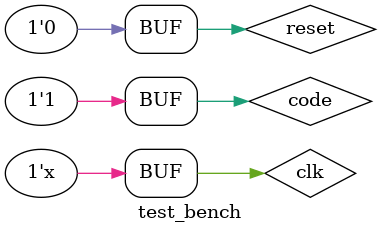
<source format=v>
module test_bench();
reg code,clk,reset;
wire openlock,alarm;

digital_lock dl(openlock,alarm,code,reset,clk);

always 
#5 clk=~clk;
initial
begin
clk=0;  reset=1;  code=1; //incorrect first input  code=1 stay in s0 state (initial state) alarm=1, openlock=0; 
#5 reset=0; code=0;     
#10 code=0;           
#10 code=0;           
#10 code=1;        
#10 code=0;        //correct first input code=0 go to s1 state  alarm=0, openlock=0 
#10 code=1;        //correct 2nd input   1 go to s2 state  alarm=0, openlock=0   
#10 code=0;        //correct 3rd input   0 go to s3 state  alarm=0, openlock=1 
#10 code=1;        //incorrect first input 1 go to s0 state  alarm=1, openlock=0
end
initial
$monitor( $time ,"code=%b, openlock=%b, alarm=%b, reset=%b",code,openlock,alarm,reset);
endmodule
 
 


</source>
